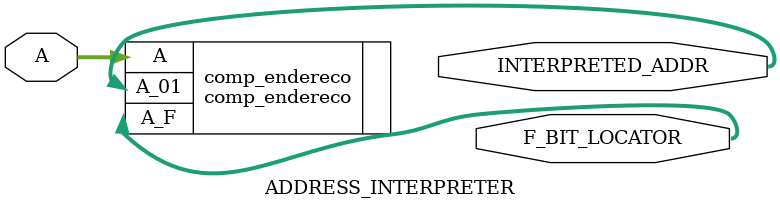
<source format=sv>
/*
    This module instatiates the comp_endereco that is used to translate the
    X states to Z states and outputs another 8-bit word with the location of the
    bit that should be sent as an F-bit.

    That way, this moudle receives an 8-bit address word with any X states and 
    translates it, usign the comp_endereco module, to a word with Z states.

    A second word is generated with the location of the F bits.

    I.e. 1: Input: 8'b101010zz -> Output: 8'b101010xx
                                          8'b00000011
    
    I.e. 2: Input: 8'bz1111z11 -> Output: 8'bx1111x11
                                          8'b10000100
    

*/

`timescale 1us/1ns
module ADDRESS_INTERPRETER(
    input logic [7:0] A,
    output logic [7:0] INTERPRETED_ADDR, F_BIT_LOCATOR
);

comp_endereco comp_endereco(
    .A(A),
    .A_01(INTERPRETED_ADDR),
    .A_F(F_BIT_LOCATOR)
);

endmodule
</source>
